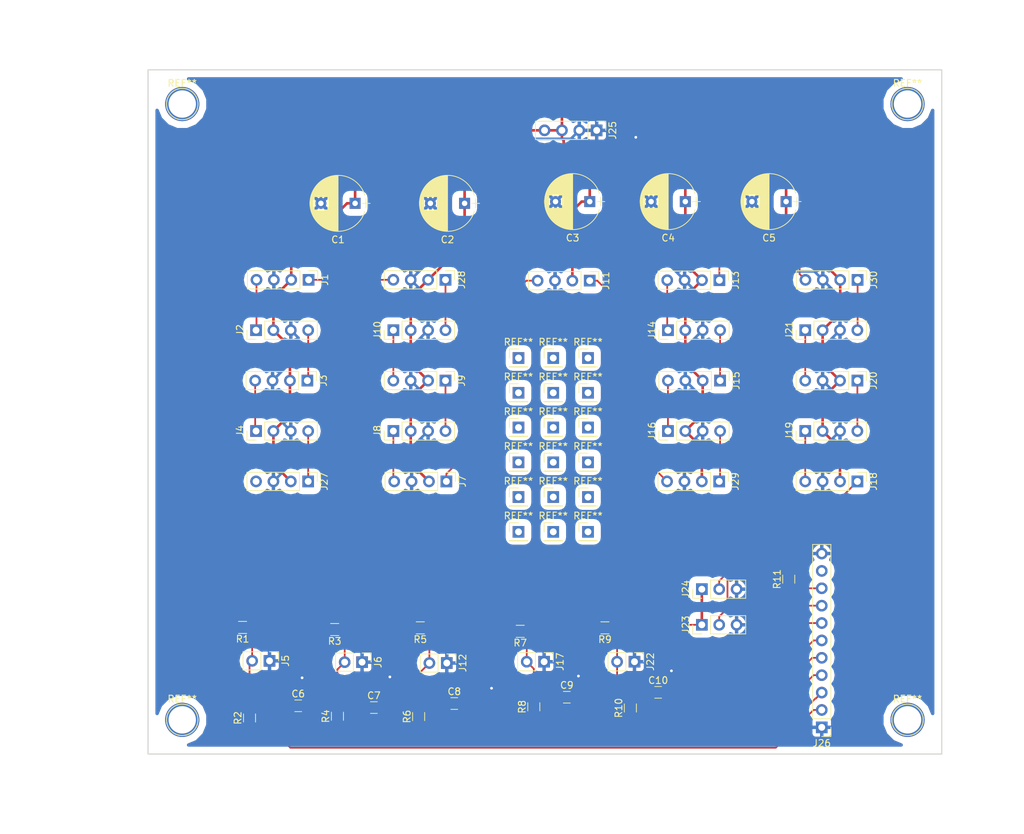
<source format=kicad_pcb>
(kicad_pcb (version 4) (host pcbnew 4.0.7)
  (layers (0 F.Cu signal) (31 B.Cu signal) (34 B.Paste user) (35 F.Paste user) (36 B.SilkS user) (37 F.SilkS user) (38 B.Mask user) (39 F.Mask user) (44 Edge.Cuts user))
  (net 0 "")
  (net 1 /btn_1)
  (net 2 /btn_2)
  (net 3 /btn_3)
  (net 4 /btn_4)
  (net 5 /btn_5)
  (net 6 /leds_2)
  (net 7 "Net-(J1-Pad4)")
  (net 8 "Net-(J2-Pad4)")
  (net 9 "Net-(J3-Pad4)")
  (net 10 "Net-(J5-Pad2)")
  (net 11 "Net-(J6-Pad2)")
  (net 12 /leds_3)
  (net 13 "Net-(J7-Pad4)")
  (net 14 "Net-(J8-Pad4)")
  (net 15 "Net-(J10-Pad1)")
  (net 16 /leds_4)
  (net 17 "Net-(J12-Pad2)")
  (net 18 /leds_5)
  (net 19 "Net-(J13-Pad4)")
  (net 20 "Net-(J14-Pad4)")
  (net 21 "Net-(J15-Pad4)")
  (net 22 "Net-(J17-Pad2)")
  (net 23 /data_leds)
  (net 24 "Net-(J18-Pad4)")
  (net 25 "Net-(J19-Pad4)")
  (net 26 "Net-(J20-Pad4)")
  (net 27 "Net-(J22-Pad2)")
  (net 28 /pot_1)
  (net 29 /pot_2)
  (net 30 GND)
  (net 31 +5V)
  (net 32 "Net-(J27-Pad1)")
  (net 33 "Net-(J10-Pad4)")
  (net 34 "Net-(J16-Pad4)")
  (net 35 "Net-(J21-Pad4)")
  (net 36 "Net-(J26-Pad10)")
  (net 37 "Net-(J27-Pad4)")
  (net 38 "Net-(J26-Pad9)")
  (module Pin_Headers:Pin_Header_Straight_1x01_Pitch2.54mm (layer F.Cu) (at 114.3 96.52)
    (fp_text reference REF** (at 0 -2.33) (layer F.SilkS))
    (fp_text value "")
    (pad 1 thru_hole rect (at 0 0) (size 1.7 1.7) (drill 1) (layers *.Cu *.Mask))
  )
  (module Pin_Headers:Pin_Header_Straight_1x01_Pitch2.54mm (layer F.Cu) (at 104.14 96.52)
    (fp_text reference REF** (at 0 -2.33) (layer F.SilkS))
    (fp_text value "")
    (pad 1 thru_hole rect (at 0 0) (size 1.7 1.7) (drill 1) (layers *.Cu *.Mask))
  )
  (module Pin_Headers:Pin_Header_Straight_1x01_Pitch2.54mm (layer F.Cu) (at 109.22 96.52)
    (fp_text reference REF** (at 0 -2.33) (layer F.SilkS))
    (fp_text value "")
    (pad 1 thru_hole rect (at 0 0) (size 1.7 1.7) (drill 1) (layers *.Cu *.Mask))
  )
  (module Pin_Headers:Pin_Header_Straight_1x01_Pitch2.54mm (layer F.Cu) (at 109.22 91.44)
    (fp_text reference REF** (at 0 -2.33) (layer F.SilkS))
    (fp_text value "")
    (pad 1 thru_hole rect (at 0 0) (size 1.7 1.7) (drill 1) (layers *.Cu *.Mask))
  )
  (module Pin_Headers:Pin_Header_Straight_1x01_Pitch2.54mm (layer F.Cu) (at 104.14 91.44)
    (fp_text reference REF** (at 0 -2.33) (layer F.SilkS))
    (fp_text value "")
    (pad 1 thru_hole rect (at 0 0) (size 1.7 1.7) (drill 1) (layers *.Cu *.Mask))
  )
  (module Pin_Headers:Pin_Header_Straight_1x01_Pitch2.54mm (layer F.Cu) (at 114.3 91.44)
    (fp_text reference REF** (at 0 -2.33) (layer F.SilkS))
    (fp_text value "")
    (pad 1 thru_hole rect (at 0 0) (size 1.7 1.7) (drill 1) (layers *.Cu *.Mask))
  )
  (module Pin_Headers:Pin_Header_Straight_1x01_Pitch2.54mm (layer F.Cu) (at 114.3 81.28)
    (fp_text reference REF** (at 0 -2.33) (layer F.SilkS))
    (fp_text value "")
    (pad 1 thru_hole rect (at 0 0) (size 1.7 1.7) (drill 1) (layers *.Cu *.Mask))
  )
  (module Pin_Headers:Pin_Header_Straight_1x01_Pitch2.54mm (layer F.Cu) (at 104.14 81.28)
    (fp_text reference REF** (at 0 -2.33) (layer F.SilkS))
    (fp_text value "")
    (pad 1 thru_hole rect (at 0 0) (size 1.7 1.7) (drill 1) (layers *.Cu *.Mask))
  )
  (module Pin_Headers:Pin_Header_Straight_1x01_Pitch2.54mm (layer F.Cu) (at 109.22 81.28)
    (fp_text reference REF** (at 0 -2.33) (layer F.SilkS))
    (fp_text value "")
    (pad 1 thru_hole rect (at 0 0) (size 1.7 1.7) (drill 1) (layers *.Cu *.Mask))
  )
  (module Pin_Headers:Pin_Header_Straight_1x01_Pitch2.54mm (layer F.Cu) (at 109.22 86.36)
    (fp_text reference REF** (at 0 -2.33) (layer F.SilkS))
    (fp_text value "")
    (pad 1 thru_hole rect (at 0 0) (size 1.7 1.7) (drill 1) (layers *.Cu *.Mask))
  )
  (module Pin_Headers:Pin_Header_Straight_1x01_Pitch2.54mm (layer F.Cu) (at 104.14 86.36)
    (fp_text reference REF** (at 0 -2.33) (layer F.SilkS))
    (fp_text value "")
    (pad 1 thru_hole rect (at 0 0) (size 1.7 1.7) (drill 1) (layers *.Cu *.Mask))
  )
  (module Pin_Headers:Pin_Header_Straight_1x01_Pitch2.54mm (layer F.Cu) (at 114.3 86.36)
    (fp_text reference REF** (at 0 -2.33) (layer F.SilkS))
    (fp_text value "")
    (pad 1 thru_hole rect (at 0 0) (size 1.7 1.7) (drill 1) (layers *.Cu *.Mask))
  )
  (module Pin_Headers:Pin_Header_Straight_1x01_Pitch2.54mm (layer F.Cu) (at 114.3 76.2)
    (fp_text reference REF** (at 0 -2.33) (layer F.SilkS))
    (fp_text value "")
    (pad 1 thru_hole rect (at 0 0) (size 1.7 1.7) (drill 1) (layers *.Cu *.Mask))
  )
  (module Pin_Headers:Pin_Header_Straight_1x01_Pitch2.54mm (layer F.Cu) (at 104.14 76.2)
    (fp_text reference REF** (at 0 -2.33) (layer F.SilkS))
    (fp_text value "")
    (pad 1 thru_hole rect (at 0 0) (size 1.7 1.7) (drill 1) (layers *.Cu *.Mask))
  )
  (module Pin_Headers:Pin_Header_Straight_1x01_Pitch2.54mm (layer F.Cu) (at 109.22 76.2)
    (fp_text reference REF** (at 0 -2.33) (layer F.SilkS))
    (fp_text value "")
    (pad 1 thru_hole rect (at 0 0) (size 1.7 1.7) (drill 1) (layers *.Cu *.Mask))
  )
  (module Pin_Headers:Pin_Header_Straight_1x04_Pitch2.54mm (layer F.Cu) (at 115.57 37.846 270)
    (fp_text reference J25 (at 0 -2.33 270) (layer F.SilkS))
    (fp_text value power)
    (pad 1 thru_hole rect (at 0 0 270) (size 1.7 1.7) (drill 1) (layers *.Cu *.Mask) (net 30 GND))
    (pad 2 thru_hole oval (at 0 2.54 270) (size 1.7 1.7) (drill 1) (layers *.Cu *.Mask) (net 30 GND))
    (pad 3 thru_hole oval (at 0 5.08 270) (size 1.7 1.7) (drill 1) (layers *.Cu *.Mask) (net 31 +5V))
    (pad 4 thru_hole oval (at 0 7.62 270) (size 1.7 1.7) (drill 1) (layers *.Cu *.Mask) (net 31 +5V))
  )
  (module Pin_Headers:Pin_Header_Straight_1x04_Pitch2.54mm (layer F.Cu) (at 133.477 89.154 270)
    (fp_text reference J29 (at 0 -2.33 270) (layer F.SilkS))
    (fp_text value leds_4)
    (pad 1 thru_hole rect (at 0 0 270) (size 1.7 1.7) (drill 1) (layers *.Cu *.Mask) (net 34 "Net-(J16-Pad4)"))
    (pad 2 thru_hole oval (at 0 2.54 270) (size 1.7 1.7) (drill 1) (layers *.Cu *.Mask) (net 31 +5V))
    (pad 3 thru_hole oval (at 0 5.08 270) (size 1.7 1.7) (drill 1) (layers *.Cu *.Mask) (net 30 GND))
    (pad 4 thru_hole oval (at 0 7.62 270) (size 1.7 1.7) (drill 1) (layers *.Cu *.Mask) (net 16 /leds_4))
  )
  (module Capacitors_SMD:C_0805_HandSoldering (layer F.Cu) (at 71.9455 121.951)
    (fp_text reference C6 (at 0 -1.75) (layer F.SilkS))
    (fp_text value 100nF)
    (pad 1 smd rect (at -1.25 0) (size 1.5 1.25) (layers F.Cu F.Paste F.Mask) (net 1 /btn_1))
    (pad 2 smd rect (at 1.25 0) (size 1.5 1.25) (layers F.Cu F.Paste F.Mask) (net 30 GND))
  )
  (module Capacitors_SMD:C_0805_HandSoldering (layer F.Cu) (at 83.01 122.205)
    (fp_text reference C7 (at 0 -1.75) (layer F.SilkS))
    (fp_text value 100nF)
    (pad 1 smd rect (at -1.25 0) (size 1.5 1.25) (layers F.Cu F.Paste F.Mask) (net 2 /btn_2))
    (pad 2 smd rect (at 1.25 0) (size 1.5 1.25) (layers F.Cu F.Paste F.Mask) (net 30 GND))
  )
  (module Capacitors_SMD:C_0805_HandSoldering (layer F.Cu) (at 94.757 121.6175)
    (fp_text reference C8 (at 0 -1.75) (layer F.SilkS))
    (fp_text value 100nF)
    (pad 1 smd rect (at -1.25 0) (size 1.5 1.25) (layers F.Cu F.Paste F.Mask) (net 3 /btn_3))
    (pad 2 smd rect (at 1.25 0) (size 1.5 1.25) (layers F.Cu F.Paste F.Mask) (net 30 GND))
  )
  (module Capacitors_SMD:C_0805_HandSoldering (layer F.Cu) (at 111.2035 120.697)
    (fp_text reference C9 (at 0 -1.75) (layer F.SilkS))
    (fp_text value 100nF)
    (pad 1 smd rect (at -1.25 0) (size 1.5 1.25) (layers F.Cu F.Paste F.Mask) (net 4 /btn_4))
    (pad 2 smd rect (at 1.25 0) (size 1.5 1.25) (layers F.Cu F.Paste F.Mask) (net 30 GND))
  )
  (module Capacitors_SMD:C_0805_HandSoldering (layer F.Cu) (at 124.5535 119.9825)
    (fp_text reference C10 (at 0 -1.75) (layer F.SilkS))
    (fp_text value 100nF)
    (pad 1 smd rect (at -1.25 0) (size 1.5 1.25) (layers F.Cu F.Paste F.Mask) (net 5 /btn_5))
    (pad 2 smd rect (at 1.25 0) (size 1.5 1.25) (layers F.Cu F.Paste F.Mask) (net 30 GND))
  )
  (module Pin_Headers:Pin_Header_Straight_1x04_Pitch2.54mm (layer F.Cu) (at 73.4695 59.69 270)
    (fp_text reference J1 (at 0 -2.33 270) (layer F.SilkS))
    (fp_text value leds_1)
    (pad 1 thru_hole rect (at 0 0 270) (size 1.7 1.7) (drill 1) (layers *.Cu *.Mask) (net 6 /leds_2))
    (pad 2 thru_hole oval (at 0 2.54 270) (size 1.7 1.7) (drill 1) (layers *.Cu *.Mask) (net 31 +5V))
    (pad 3 thru_hole oval (at 0 5.08 270) (size 1.7 1.7) (drill 1) (layers *.Cu *.Mask) (net 30 GND))
    (pad 4 thru_hole oval (at 0 7.62 270) (size 1.7 1.7) (drill 1) (layers *.Cu *.Mask) (net 7 "Net-(J1-Pad4)"))
  )
  (module Pin_Headers:Pin_Header_Straight_1x04_Pitch2.54mm (layer F.Cu) (at 65.786 67.056 90)
    (fp_text reference J2 (at 0 -2.33 90) (layer F.SilkS))
    (fp_text value leds_1)
    (pad 1 thru_hole rect (at 0 0 90) (size 1.7 1.7) (drill 1) (layers *.Cu *.Mask) (net 7 "Net-(J1-Pad4)"))
    (pad 2 thru_hole oval (at 0 2.54 90) (size 1.7 1.7) (drill 1) (layers *.Cu *.Mask) (net 31 +5V))
    (pad 3 thru_hole oval (at 0 5.08 90) (size 1.7 1.7) (drill 1) (layers *.Cu *.Mask) (net 30 GND))
    (pad 4 thru_hole oval (at 0 7.62 90) (size 1.7 1.7) (drill 1) (layers *.Cu *.Mask) (net 8 "Net-(J2-Pad4)"))
  )
  (module Pin_Headers:Pin_Header_Straight_1x04_Pitch2.54mm (layer F.Cu) (at 73.279 74.422 270)
    (fp_text reference J3 (at 0 -2.33 270) (layer F.SilkS))
    (fp_text value leds_1)
    (pad 1 thru_hole rect (at 0 0 270) (size 1.7 1.7) (drill 1) (layers *.Cu *.Mask) (net 8 "Net-(J2-Pad4)"))
    (pad 2 thru_hole oval (at 0 2.54 270) (size 1.7 1.7) (drill 1) (layers *.Cu *.Mask) (net 31 +5V))
    (pad 3 thru_hole oval (at 0 5.08 270) (size 1.7 1.7) (drill 1) (layers *.Cu *.Mask) (net 30 GND))
    (pad 4 thru_hole oval (at 0 7.62 270) (size 1.7 1.7) (drill 1) (layers *.Cu *.Mask) (net 9 "Net-(J3-Pad4)"))
  )
  (module Pin_Headers:Pin_Header_Straight_1x04_Pitch2.54mm (layer F.Cu) (at 65.786 81.788 90)
    (fp_text reference J4 (at 0 -2.33 90) (layer F.SilkS))
    (fp_text value leds_1)
    (pad 1 thru_hole rect (at 0 0 90) (size 1.7 1.7) (drill 1) (layers *.Cu *.Mask) (net 9 "Net-(J3-Pad4)"))
    (pad 2 thru_hole oval (at 0 2.54 90) (size 1.7 1.7) (drill 1) (layers *.Cu *.Mask) (net 31 +5V))
    (pad 3 thru_hole oval (at 0 5.08 90) (size 1.7 1.7) (drill 1) (layers *.Cu *.Mask) (net 30 GND))
    (pad 4 thru_hole oval (at 0 7.62 90) (size 1.7 1.7) (drill 1) (layers *.Cu *.Mask) (net 32 "Net-(J27-Pad1)"))
  )
  (module Pin_Headers:Pin_Header_Straight_1x02_Pitch2.54mm (layer F.Cu) (at 67.7545 115.3795 270)
    (fp_text reference J5 (at 0 -2.33 270) (layer F.SilkS))
    (fp_text value btn_1)
    (pad 1 thru_hole rect (at 0 0 270) (size 1.7 1.7) (drill 1) (layers *.Cu *.Mask) (net 30 GND))
    (pad 2 thru_hole oval (at 0 2.54 270) (size 1.7 1.7) (drill 1) (layers *.Cu *.Mask) (net 10 "Net-(J5-Pad2)"))
  )
  (module Pin_Headers:Pin_Header_Straight_1x02_Pitch2.54mm (layer F.Cu) (at 81.28 115.57 270)
    (fp_text reference J6 (at 0 -2.33 270) (layer F.SilkS))
    (fp_text value btn_2)
    (pad 1 thru_hole rect (at 0 0 270) (size 1.7 1.7) (drill 1) (layers *.Cu *.Mask) (net 30 GND))
    (pad 2 thru_hole oval (at 0 2.54 270) (size 1.7 1.7) (drill 1) (layers *.Cu *.Mask) (net 11 "Net-(J6-Pad2)"))
  )
  (module Pin_Headers:Pin_Header_Straight_1x04_Pitch2.54mm (layer F.Cu) (at 93.599 89.154 270)
    (fp_text reference J7 (at 0 -2.33 270) (layer F.SilkS))
    (fp_text value ldes_2)
    (pad 1 thru_hole rect (at 0 0 270) (size 1.7 1.7) (drill 1) (layers *.Cu *.Mask) (net 12 /leds_3))
    (pad 2 thru_hole oval (at 0 2.54 270) (size 1.7 1.7) (drill 1) (layers *.Cu *.Mask) (net 31 +5V))
    (pad 3 thru_hole oval (at 0 5.08 270) (size 1.7 1.7) (drill 1) (layers *.Cu *.Mask) (net 30 GND))
    (pad 4 thru_hole oval (at 0 7.62 270) (size 1.7 1.7) (drill 1) (layers *.Cu *.Mask) (net 13 "Net-(J7-Pad4)"))
  )
  (module Pin_Headers:Pin_Header_Straight_1x04_Pitch2.54mm (layer F.Cu) (at 85.852 81.788 90)
    (fp_text reference J8 (at 0 -2.33 90) (layer F.SilkS))
    (fp_text value leds_2)
    (pad 1 thru_hole rect (at 0 0 90) (size 1.7 1.7) (drill 1) (layers *.Cu *.Mask) (net 13 "Net-(J7-Pad4)"))
    (pad 2 thru_hole oval (at 0 2.54 90) (size 1.7 1.7) (drill 1) (layers *.Cu *.Mask) (net 31 +5V))
    (pad 3 thru_hole oval (at 0 5.08 90) (size 1.7 1.7) (drill 1) (layers *.Cu *.Mask) (net 30 GND))
    (pad 4 thru_hole oval (at 0 7.62 90) (size 1.7 1.7) (drill 1) (layers *.Cu *.Mask) (net 14 "Net-(J8-Pad4)"))
  )
  (module Pin_Headers:Pin_Header_Straight_1x04_Pitch2.54mm (layer F.Cu) (at 93.472 74.422 270)
    (fp_text reference J9 (at 0 -2.33 270) (layer F.SilkS))
    (fp_text value leds_2)
    (pad 1 thru_hole rect (at 0 0 270) (size 1.7 1.7) (drill 1) (layers *.Cu *.Mask) (net 14 "Net-(J8-Pad4)"))
    (pad 2 thru_hole oval (at 0 2.54 270) (size 1.7 1.7) (drill 1) (layers *.Cu *.Mask) (net 31 +5V))
    (pad 3 thru_hole oval (at 0 5.08 270) (size 1.7 1.7) (drill 1) (layers *.Cu *.Mask) (net 30 GND))
    (pad 4 thru_hole oval (at 0 7.62 270) (size 1.7 1.7) (drill 1) (layers *.Cu *.Mask) (net 15 "Net-(J10-Pad1)"))
  )
  (module Pin_Headers:Pin_Header_Straight_1x04_Pitch2.54mm (layer F.Cu) (at 85.852 67.056 90)
    (fp_text reference J10 (at 0 -2.33 90) (layer F.SilkS))
    (fp_text value leds_2)
    (pad 1 thru_hole rect (at 0 0 90) (size 1.7 1.7) (drill 1) (layers *.Cu *.Mask) (net 15 "Net-(J10-Pad1)"))
    (pad 2 thru_hole oval (at 0 2.54 90) (size 1.7 1.7) (drill 1) (layers *.Cu *.Mask) (net 31 +5V))
    (pad 3 thru_hole oval (at 0 5.08 90) (size 1.7 1.7) (drill 1) (layers *.Cu *.Mask) (net 30 GND))
    (pad 4 thru_hole oval (at 0 7.62 90) (size 1.7 1.7) (drill 1) (layers *.Cu *.Mask) (net 33 "Net-(J10-Pad4)"))
  )
  (module Pin_Headers:Pin_Header_Straight_1x04_Pitch2.54mm (layer F.Cu) (at 114.554 59.817 270)
    (fp_text reference J11 (at 0 -2.33 270) (layer F.SilkS))
    (fp_text value led_3)
    (pad 1 thru_hole rect (at 0 0 270) (size 1.7 1.7) (drill 1) (layers *.Cu *.Mask) (net 16 /leds_4))
    (pad 2 thru_hole oval (at 0 2.54 270) (size 1.7 1.7) (drill 1) (layers *.Cu *.Mask) (net 31 +5V))
    (pad 3 thru_hole oval (at 0 5.08 270) (size 1.7 1.7) (drill 1) (layers *.Cu *.Mask) (net 30 GND))
    (pad 4 thru_hole oval (at 0 7.62 270) (size 1.7 1.7) (drill 1) (layers *.Cu *.Mask) (net 12 /leds_3))
  )
  (module Pin_Headers:Pin_Header_Straight_1x02_Pitch2.54mm (layer F.Cu) (at 93.6625 115.697 270)
    (fp_text reference J12 (at 0 -2.33 270) (layer F.SilkS))
    (fp_text value btn_3)
    (pad 1 thru_hole rect (at 0 0 270) (size 1.7 1.7) (drill 1) (layers *.Cu *.Mask) (net 30 GND))
    (pad 2 thru_hole oval (at 0 2.54 270) (size 1.7 1.7) (drill 1) (layers *.Cu *.Mask) (net 17 "Net-(J12-Pad2)"))
  )
  (module Pin_Headers:Pin_Header_Straight_1x04_Pitch2.54mm (layer F.Cu) (at 133.5 59.75 270)
    (fp_text reference J13 (at 0 -2.33 270) (layer F.SilkS))
    (fp_text value leds_4)
    (pad 1 thru_hole rect (at 0 0 270) (size 1.7 1.7) (drill 1) (layers *.Cu *.Mask) (net 18 /leds_5))
    (pad 2 thru_hole oval (at 0 2.54 270) (size 1.7 1.7) (drill 1) (layers *.Cu *.Mask) (net 31 +5V))
    (pad 3 thru_hole oval (at 0 5.08 270) (size 1.7 1.7) (drill 1) (layers *.Cu *.Mask) (net 30 GND))
    (pad 4 thru_hole oval (at 0 7.62 270) (size 1.7 1.7) (drill 1) (layers *.Cu *.Mask) (net 19 "Net-(J13-Pad4)"))
  )
  (module Pin_Headers:Pin_Header_Straight_1x04_Pitch2.54mm (layer F.Cu) (at 125.984 67.056 90)
    (fp_text reference J14 (at 0 -2.33 90) (layer F.SilkS))
    (fp_text value leds_4)
    (pad 1 thru_hole rect (at 0 0 90) (size 1.7 1.7) (drill 1) (layers *.Cu *.Mask) (net 19 "Net-(J13-Pad4)"))
    (pad 2 thru_hole oval (at 0 2.54 90) (size 1.7 1.7) (drill 1) (layers *.Cu *.Mask) (net 31 +5V))
    (pad 3 thru_hole oval (at 0 5.08 90) (size 1.7 1.7) (drill 1) (layers *.Cu *.Mask) (net 30 GND))
    (pad 4 thru_hole oval (at 0 7.62 90) (size 1.7 1.7) (drill 1) (layers *.Cu *.Mask) (net 20 "Net-(J14-Pad4)"))
  )
  (module Pin_Headers:Pin_Header_Straight_1x04_Pitch2.54mm (layer F.Cu) (at 133.604 74.422 270)
    (fp_text reference J15 (at 0 -2.33 270) (layer F.SilkS))
    (fp_text value leds_4)
    (pad 1 thru_hole rect (at 0 0 270) (size 1.7 1.7) (drill 1) (layers *.Cu *.Mask) (net 20 "Net-(J14-Pad4)"))
    (pad 2 thru_hole oval (at 0 2.54 270) (size 1.7 1.7) (drill 1) (layers *.Cu *.Mask) (net 31 +5V))
    (pad 3 thru_hole oval (at 0 5.08 270) (size 1.7 1.7) (drill 1) (layers *.Cu *.Mask) (net 30 GND))
    (pad 4 thru_hole oval (at 0 7.62 270) (size 1.7 1.7) (drill 1) (layers *.Cu *.Mask) (net 21 "Net-(J15-Pad4)"))
  )
  (module Pin_Headers:Pin_Header_Straight_1x04_Pitch2.54mm (layer F.Cu) (at 125.984 81.788 90)
    (fp_text reference J16 (at 0 -2.33 90) (layer F.SilkS))
    (fp_text value leds_4)
    (pad 1 thru_hole rect (at 0 0 90) (size 1.7 1.7) (drill 1) (layers *.Cu *.Mask) (net 21 "Net-(J15-Pad4)"))
    (pad 2 thru_hole oval (at 0 2.54 90) (size 1.7 1.7) (drill 1) (layers *.Cu *.Mask) (net 31 +5V))
    (pad 3 thru_hole oval (at 0 5.08 90) (size 1.7 1.7) (drill 1) (layers *.Cu *.Mask) (net 30 GND))
    (pad 4 thru_hole oval (at 0 7.62 90) (size 1.7 1.7) (drill 1) (layers *.Cu *.Mask) (net 34 "Net-(J16-Pad4)"))
  )
  (module Pin_Headers:Pin_Header_Straight_1x02_Pitch2.54mm (layer F.Cu) (at 107.8865 115.5065 270)
    (fp_text reference J17 (at 0 -2.33 270) (layer F.SilkS))
    (fp_text value btn_4)
    (pad 1 thru_hole rect (at 0 0 270) (size 1.7 1.7) (drill 1) (layers *.Cu *.Mask) (net 30 GND))
    (pad 2 thru_hole oval (at 0 2.54 270) (size 1.7 1.7) (drill 1) (layers *.Cu *.Mask) (net 22 "Net-(J17-Pad2)"))
  )
  (module Pin_Headers:Pin_Header_Straight_1x04_Pitch2.54mm (layer F.Cu) (at 153.67 89.154 270)
    (fp_text reference J18 (at 0 -2.33 270) (layer F.SilkS))
    (fp_text value leds_5)
    (pad 1 thru_hole rect (at 0 0 270) (size 1.7 1.7) (drill 1) (layers *.Cu *.Mask) (net 23 /data_leds))
    (pad 2 thru_hole oval (at 0 2.54 270) (size 1.7 1.7) (drill 1) (layers *.Cu *.Mask) (net 31 +5V))
    (pad 3 thru_hole oval (at 0 5.08 270) (size 1.7 1.7) (drill 1) (layers *.Cu *.Mask) (net 30 GND))
    (pad 4 thru_hole oval (at 0 7.62 270) (size 1.7 1.7) (drill 1) (layers *.Cu *.Mask) (net 24 "Net-(J18-Pad4)"))
  )
  (module Pin_Headers:Pin_Header_Straight_1x04_Pitch2.54mm (layer F.Cu) (at 146.05 81.788 90)
    (fp_text reference J19 (at 0 -2.33 90) (layer F.SilkS))
    (fp_text value leds_5)
    (pad 1 thru_hole rect (at 0 0 90) (size 1.7 1.7) (drill 1) (layers *.Cu *.Mask) (net 24 "Net-(J18-Pad4)"))
    (pad 2 thru_hole oval (at 0 2.54 90) (size 1.7 1.7) (drill 1) (layers *.Cu *.Mask) (net 31 +5V))
    (pad 3 thru_hole oval (at 0 5.08 90) (size 1.7 1.7) (drill 1) (layers *.Cu *.Mask) (net 30 GND))
    (pad 4 thru_hole oval (at 0 7.62 90) (size 1.7 1.7) (drill 1) (layers *.Cu *.Mask) (net 25 "Net-(J19-Pad4)"))
  )
  (module Pin_Headers:Pin_Header_Straight_1x04_Pitch2.54mm (layer F.Cu) (at 153.67 74.422 270)
    (fp_text reference J20 (at 0 -2.33 270) (layer F.SilkS))
    (fp_text value leds_5)
    (pad 1 thru_hole rect (at 0 0 270) (size 1.7 1.7) (drill 1) (layers *.Cu *.Mask) (net 25 "Net-(J19-Pad4)"))
    (pad 2 thru_hole oval (at 0 2.54 270) (size 1.7 1.7) (drill 1) (layers *.Cu *.Mask) (net 31 +5V))
    (pad 3 thru_hole oval (at 0 5.08 270) (size 1.7 1.7) (drill 1) (layers *.Cu *.Mask) (net 30 GND))
    (pad 4 thru_hole oval (at 0 7.62 270) (size 1.7 1.7) (drill 1) (layers *.Cu *.Mask) (net 26 "Net-(J20-Pad4)"))
  )
  (module Pin_Headers:Pin_Header_Straight_1x04_Pitch2.54mm (layer F.Cu) (at 146.05 67.056 90)
    (fp_text reference J21 (at 0 -2.33 90) (layer F.SilkS))
    (fp_text value leds_5)
    (pad 1 thru_hole rect (at 0 0 90) (size 1.7 1.7) (drill 1) (layers *.Cu *.Mask) (net 26 "Net-(J20-Pad4)"))
    (pad 2 thru_hole oval (at 0 2.54 90) (size 1.7 1.7) (drill 1) (layers *.Cu *.Mask) (net 31 +5V))
    (pad 3 thru_hole oval (at 0 5.08 90) (size 1.7 1.7) (drill 1) (layers *.Cu *.Mask) (net 30 GND))
    (pad 4 thru_hole oval (at 0 7.62 90) (size 1.7 1.7) (drill 1) (layers *.Cu *.Mask) (net 35 "Net-(J21-Pad4)"))
  )
  (module Pin_Headers:Pin_Header_Straight_1x02_Pitch2.54mm (layer F.Cu) (at 121.0945 115.5065 270)
    (fp_text reference J22 (at 0 -2.33 270) (layer F.SilkS))
    (fp_text value btn_5)
    (pad 1 thru_hole rect (at 0 0 270) (size 1.7 1.7) (drill 1) (layers *.Cu *.Mask) (net 30 GND))
    (pad 2 thru_hole oval (at 0 2.54 270) (size 1.7 1.7) (drill 1) (layers *.Cu *.Mask) (net 27 "Net-(J22-Pad2)"))
  )
  (module Pin_Headers:Pin_Header_Straight_1x03_Pitch2.54mm (layer F.Cu) (at 130.937 110.109 90)
    (fp_text reference J23 (at 0 -2.33 90) (layer F.SilkS))
    (fp_text value Pot_1)
    (pad 1 thru_hole rect (at 0 0 90) (size 1.7 1.7) (drill 1) (layers *.Cu *.Mask) (net 31 +5V))
    (pad 2 thru_hole oval (at 0 2.54 90) (size 1.7 1.7) (drill 1) (layers *.Cu *.Mask) (net 28 /pot_1))
    (pad 3 thru_hole oval (at 0 5.08 90) (size 1.7 1.7) (drill 1) (layers *.Cu *.Mask) (net 30 GND))
  )
  (module Pin_Headers:Pin_Header_Straight_1x03_Pitch2.54mm (layer F.Cu) (at 130.937 104.902 90)
    (fp_text reference J24 (at 0 -2.33 90) (layer F.SilkS))
    (fp_text value Pot_2)
    (pad 1 thru_hole rect (at 0 0 90) (size 1.7 1.7) (drill 1) (layers *.Cu *.Mask) (net 31 +5V))
    (pad 2 thru_hole oval (at 0 2.54 90) (size 1.7 1.7) (drill 1) (layers *.Cu *.Mask) (net 29 /pot_2))
    (pad 3 thru_hole oval (at 0 5.08 90) (size 1.7 1.7) (drill 1) (layers *.Cu *.Mask) (net 30 GND))
  )
  (module Pin_Headers:Pin_Header_Straight_1x11_Pitch2.54mm (layer F.Cu) (at 148.463 125.095 180)
    (fp_text reference J26 (at 0 -2.33 180) (layer F.SilkS))
    (fp_text value main_controller)
    (pad 1 thru_hole rect (at 0 0 180) (size 1.7 1.7) (drill 1) (layers *.Cu *.Mask) (net 30 GND))
    (pad 2 thru_hole oval (at 0 2.54 180) (size 1.7 1.7) (drill 1) (layers *.Cu *.Mask) (net 1 /btn_1))
    (pad 3 thru_hole oval (at 0 5.08 180) (size 1.7 1.7) (drill 1) (layers *.Cu *.Mask) (net 2 /btn_2))
    (pad 4 thru_hole oval (at 0 7.62 180) (size 1.7 1.7) (drill 1) (layers *.Cu *.Mask) (net 3 /btn_3))
    (pad 5 thru_hole oval (at 0 10.16 180) (size 1.7 1.7) (drill 1) (layers *.Cu *.Mask) (net 4 /btn_4))
    (pad 6 thru_hole oval (at 0 12.7 180) (size 1.7 1.7) (drill 1) (layers *.Cu *.Mask) (net 5 /btn_5))
    (pad 7 thru_hole oval (at 0 15.24 180) (size 1.7 1.7) (drill 1) (layers *.Cu *.Mask) (net 28 /pot_1))
    (pad 8 thru_hole oval (at 0 17.78 180) (size 1.7 1.7) (drill 1) (layers *.Cu *.Mask) (net 29 /pot_2))
    (pad 9 thru_hole oval (at 0 20.32 180) (size 1.7 1.7) (drill 1) (layers *.Cu *.Mask) (net 38 "Net-(J26-Pad9)"))
    (pad 10 thru_hole oval (at 0 22.86 180) (size 1.7 1.7) (drill 1) (layers *.Cu *.Mask) (net 36 "Net-(J26-Pad10)"))
    (pad 11 thru_hole oval (at 0 25.4 180) (size 1.7 1.7) (drill 1) (layers *.Cu *.Mask) (net 30 GND))
  )
  (module Resistors_SMD:R_0805_HandSoldering (layer F.Cu) (at 63.8175 110.49 180)
    (fp_text reference R1 (at 0 -1.7 180) (layer F.SilkS))
    (fp_text value 10K)
    (pad 1 smd rect (at -1.35 0 180) (size 1.5 1.3) (layers F.Cu F.Paste F.Mask) (net 10 "Net-(J5-Pad2)"))
    (pad 2 smd rect (at 1.35 0 180) (size 1.5 1.3) (layers F.Cu F.Paste F.Mask) (net 31 +5V))
  )
  (module Resistors_SMD:R_0805_HandSoldering (layer F.Cu) (at 64.8335 123.729 90)
    (fp_text reference R2 (at 0 -1.7 90) (layer F.SilkS))
    (fp_text value 1K)
    (pad 1 smd rect (at -1.35 0 90) (size 1.5 1.3) (layers F.Cu F.Paste F.Mask) (net 1 /btn_1))
    (pad 2 smd rect (at 1.35 0 90) (size 1.5 1.3) (layers F.Cu F.Paste F.Mask) (net 10 "Net-(J5-Pad2)"))
  )
  (module Resistors_SMD:R_0805_HandSoldering (layer F.Cu) (at 77.2795 110.8075 180)
    (fp_text reference R3 (at 0 -1.7 180) (layer F.SilkS))
    (fp_text value 10K)
    (pad 1 smd rect (at -1.35 0 180) (size 1.5 1.3) (layers F.Cu F.Paste F.Mask) (net 11 "Net-(J6-Pad2)"))
    (pad 2 smd rect (at 1.35 0 180) (size 1.5 1.3) (layers F.Cu F.Paste F.Mask) (net 31 +5V))
  )
  (module Resistors_SMD:R_0805_HandSoldering (layer F.Cu) (at 77.676 123.475 90)
    (fp_text reference R4 (at 0 -1.7 90) (layer F.SilkS))
    (fp_text value 1K)
    (pad 1 smd rect (at -1.35 0 90) (size 1.5 1.3) (layers F.Cu F.Paste F.Mask) (net 2 /btn_2))
    (pad 2 smd rect (at 1.35 0 90) (size 1.5 1.3) (layers F.Cu F.Paste F.Mask) (net 11 "Net-(J6-Pad2)"))
  )
  (module Resistors_SMD:R_0805_HandSoldering (layer F.Cu) (at 89.789 110.5535 180)
    (fp_text reference R5 (at 0 -1.7 180) (layer F.SilkS))
    (fp_text value 10K)
    (pad 1 smd rect (at -1.35 0 180) (size 1.5 1.3) (layers F.Cu F.Paste F.Mask) (net 17 "Net-(J12-Pad2)"))
    (pad 2 smd rect (at 1.35 0 180) (size 1.5 1.3) (layers F.Cu F.Paste F.Mask) (net 31 +5V))
  )
  (module Resistors_SMD:R_0805_HandSoldering (layer F.Cu) (at 89.55 123.5225 90)
    (fp_text reference R6 (at 0 -1.7 90) (layer F.SilkS))
    (fp_text value 1K)
    (pad 1 smd rect (at -1.35 0 90) (size 1.5 1.3) (layers F.Cu F.Paste F.Mask) (net 3 /btn_3))
    (pad 2 smd rect (at 1.35 0 90) (size 1.5 1.3) (layers F.Cu F.Paste F.Mask) (net 17 "Net-(J12-Pad2)"))
  )
  (module Resistors_SMD:R_0805_HandSoldering (layer F.Cu) (at 104.394 111.0615 180)
    (fp_text reference R7 (at 0 -1.7 180) (layer F.SilkS))
    (fp_text value 10K)
    (pad 1 smd rect (at -1.35 0 180) (size 1.5 1.3) (layers F.Cu F.Paste F.Mask) (net 22 "Net-(J17-Pad2)"))
    (pad 2 smd rect (at 1.35 0 180) (size 1.5 1.3) (layers F.Cu F.Paste F.Mask) (net 31 +5V))
  )
  (module Resistors_SMD:R_0805_HandSoldering (layer F.Cu) (at 106.3775 122.094 90)
    (fp_text reference R8 (at 0 -1.7 90) (layer F.SilkS))
    (fp_text value 1K)
    (pad 1 smd rect (at -1.35 0 90) (size 1.5 1.3) (layers F.Cu F.Paste F.Mask) (net 4 /btn_4))
    (pad 2 smd rect (at 1.35 0 90) (size 1.5 1.3) (layers F.Cu F.Paste F.Mask) (net 22 "Net-(J17-Pad2)"))
  )
  (module Resistors_SMD:R_0805_HandSoldering (layer F.Cu) (at 116.7765 110.5535 180)
    (fp_text reference R9 (at 0 -1.7 180) (layer F.SilkS))
    (fp_text value 10K)
    (pad 1 smd rect (at -1.35 0 180) (size 1.5 1.3) (layers F.Cu F.Paste F.Mask) (net 27 "Net-(J22-Pad2)"))
    (pad 2 smd rect (at 1.35 0 180) (size 1.5 1.3) (layers F.Cu F.Paste F.Mask) (net 31 +5V))
  )
  (module Resistors_SMD:R_0805_HandSoldering (layer F.Cu) (at 120.4895 122.2685 90)
    (fp_text reference R10 (at 0 -1.7 90) (layer F.SilkS))
    (fp_text value 1K)
    (pad 1 smd rect (at -1.35 0 90) (size 1.5 1.3) (layers F.Cu F.Paste F.Mask) (net 5 /btn_5))
    (pad 2 smd rect (at 1.35 0 90) (size 1.5 1.3) (layers F.Cu F.Paste F.Mask) (net 27 "Net-(J22-Pad2)"))
  )
  (module Pin_Headers:Pin_Header_Straight_1x04_Pitch2.54mm (layer F.Cu) (at 73.406 89.154 270)
    (fp_text reference J27 (at 0 -2.33 270) (layer F.SilkS))
    (fp_text value leds_1)
    (pad 1 thru_hole rect (at 0 0 270) (size 1.7 1.7) (drill 1) (layers *.Cu *.Mask) (net 32 "Net-(J27-Pad1)"))
    (pad 2 thru_hole oval (at 0 2.54 270) (size 1.7 1.7) (drill 1) (layers *.Cu *.Mask) (net 31 +5V))
    (pad 3 thru_hole oval (at 0 5.08 270) (size 1.7 1.7) (drill 1) (layers *.Cu *.Mask) (net 30 GND))
    (pad 4 thru_hole oval (at 0 7.62 270) (size 1.7 1.7) (drill 1) (layers *.Cu *.Mask) (net 37 "Net-(J27-Pad4)"))
  )
  (module Pin_Headers:Pin_Header_Straight_1x04_Pitch2.54mm (layer F.Cu) (at 93.472 59.69 270)
    (fp_text reference J28 (at 0 -2.33 270) (layer F.SilkS))
    (fp_text value leds_2)
    (pad 1 thru_hole rect (at 0 0 270) (size 1.7 1.7) (drill 1) (layers *.Cu *.Mask) (net 33 "Net-(J10-Pad4)"))
    (pad 2 thru_hole oval (at 0 2.54 270) (size 1.7 1.7) (drill 1) (layers *.Cu *.Mask) (net 31 +5V))
    (pad 3 thru_hole oval (at 0 5.08 270) (size 1.7 1.7) (drill 1) (layers *.Cu *.Mask) (net 30 GND))
    (pad 4 thru_hole oval (at 0 7.62 270) (size 1.7 1.7) (drill 1) (layers *.Cu *.Mask) (net 6 /leds_2))
  )
  (module Pin_Headers:Pin_Header_Straight_1x04_Pitch2.54mm (layer F.Cu) (at 153.7 59.7 270)
    (fp_text reference J30 (at 0 -2.33 270) (layer F.SilkS))
    (fp_text value leds_5)
    (pad 1 thru_hole rect (at 0 0 270) (size 1.7 1.7) (drill 1) (layers *.Cu *.Mask) (net 35 "Net-(J21-Pad4)"))
    (pad 2 thru_hole oval (at 0 2.54 270) (size 1.7 1.7) (drill 1) (layers *.Cu *.Mask) (net 31 +5V))
    (pad 3 thru_hole oval (at 0 5.08 270) (size 1.7 1.7) (drill 1) (layers *.Cu *.Mask) (net 30 GND))
    (pad 4 thru_hole oval (at 0 7.62 270) (size 1.7 1.7) (drill 1) (layers *.Cu *.Mask) (net 18 /leds_5))
  )
  (module Capacitors_THT:CP_Radial_D8.0mm_P5.00mm (layer F.Cu) (at 80.264 48.514 180)
    (fp_text reference C1 (at 2.5 -5.31 180) (layer F.SilkS))
    (fp_text value CP)
    (pad 1 thru_hole rect (at 0 0 180) (size 1.6 1.6) (drill 0.8) (layers *.Cu *.Mask) (net 31 +5V))
    (pad 2 thru_hole circle (at 5 0 180) (size 1.6 1.6) (drill 0.8) (layers *.Cu *.Mask) (net 30 GND))
  )
  (module Capacitors_THT:CP_Radial_D8.0mm_P5.00mm (layer F.Cu) (at 96.266 48.514 180)
    (fp_text reference C2 (at 2.5 -5.31 180) (layer F.SilkS))
    (fp_text value CP)
    (pad 1 thru_hole rect (at 0 0 180) (size 1.6 1.6) (drill 0.8) (layers *.Cu *.Mask) (net 31 +5V))
    (pad 2 thru_hole circle (at 5 0 180) (size 1.6 1.6) (drill 0.8) (layers *.Cu *.Mask) (net 30 GND))
  )
  (module Capacitors_THT:CP_Radial_D8.0mm_P5.00mm (layer F.Cu) (at 114.554 48.26 180)
    (fp_text reference C3 (at 2.5 -5.31 180) (layer F.SilkS))
    (fp_text value CP)
    (pad 1 thru_hole rect (at 0 0 180) (size 1.6 1.6) (drill 0.8) (layers *.Cu *.Mask) (net 31 +5V))
    (pad 2 thru_hole circle (at 5 0 180) (size 1.6 1.6) (drill 0.8) (layers *.Cu *.Mask) (net 30 GND))
  )
  (module Capacitors_THT:CP_Radial_D8.0mm_P5.00mm (layer F.Cu) (at 128.524 48.26 180)
    (fp_text reference C4 (at 2.5 -5.31 180) (layer F.SilkS))
    (fp_text value CP)
    (pad 1 thru_hole rect (at 0 0 180) (size 1.6 1.6) (drill 0.8) (layers *.Cu *.Mask) (net 31 +5V))
    (pad 2 thru_hole circle (at 5 0 180) (size 1.6 1.6) (drill 0.8) (layers *.Cu *.Mask) (net 30 GND))
  )
  (module Capacitors_THT:CP_Radial_D8.0mm_P5.00mm (layer F.Cu) (at 143.256 48.26 180)
    (fp_text reference C5 (at 2.5 -5.31 180) (layer F.SilkS))
    (fp_text value CP)
    (pad 1 thru_hole rect (at 0 0 180) (size 1.6 1.6) (drill 0.8) (layers *.Cu *.Mask) (net 31 +5V))
    (pad 2 thru_hole circle (at 5 0 180) (size 1.6 1.6) (drill 0.8) (layers *.Cu *.Mask) (net 30 GND))
  )
  (module Resistors_SMD:R_0805_HandSoldering (layer F.Cu) (at 143.637 103.4415 90)
    (fp_text reference R11 (at 0 -1.7 90) (layer F.SilkS))
    (fp_text value 240ohm)
    (pad 1 smd rect (at -1.35 0 90) (size 1.5 1.3) (layers F.Cu F.Paste F.Mask) (net 38 "Net-(J26-Pad9)"))
    (pad 2 smd rect (at 1.35 0 90) (size 1.5 1.3) (layers F.Cu F.Paste F.Mask) (net 23 /data_leds))
  )
  (module footprints:1pin (layer F.Cu) (at 161 34)
    (fp_text reference REF** (at 0 -3.048) (layer F.SilkS))
    (fp_text value 1pin)
    (pad "" np_thru_hole circle (at 0 0) (size 5 5) (drill 4) (layers *.Cu *.Mask))
  )
  (module footprints:1pin (layer F.Cu) (at 55 34)
    (fp_text reference REF** (at 0 -3.048) (layer F.SilkS))
    (fp_text value 1pin)
    (pad "" np_thru_hole circle (at 0 0) (size 5 5) (drill 4) (layers *.Cu *.Mask))
  )
  (module footprints:1pin (layer F.Cu) (at 55 124)
    (fp_text reference REF** (at 0 -3.048) (layer F.SilkS))
    (fp_text value 1pin)
    (pad "" np_thru_hole circle (at 0 0) (size 5 5) (drill 4) (layers *.Cu *.Mask))
  )
  (module footprints:1pin (layer F.Cu) (at 161 124)
    (fp_text reference REF** (at 0 -3.048) (layer F.SilkS))
    (fp_text value 1pin)
    (pad "" np_thru_hole circle (at 0 0) (size 5 5) (drill 4) (layers *.Cu *.Mask))
  )
  (module Pin_Headers:Pin_Header_Straight_1x01_Pitch2.54mm (layer F.Cu) (at 109.22 71.12)
    (fp_text reference REF** (at 0 -2.33) (layer F.SilkS))
    (fp_text value "")
    (pad 1 thru_hole rect (at 0 0) (size 1.7 1.7) (drill 1) (layers *.Cu *.Mask))
  )
  (module Pin_Headers:Pin_Header_Straight_1x01_Pitch2.54mm (layer F.Cu) (at 104.14 71.12)
    (fp_text reference REF** (at 0 -2.33) (layer F.SilkS))
    (fp_text value "")
    (pad 1 thru_hole rect (at 0 0) (size 1.7 1.7) (drill 1) (layers *.Cu *.Mask))
  )
  (module Pin_Headers:Pin_Header_Straight_1x01_Pitch2.54mm (layer F.Cu) (at 114.3 71.12)
    (fp_text reference REF** (at 0 -2.33) (layer F.SilkS))
    (fp_text value "")
    (pad 1 thru_hole rect (at 0 0) (size 1.7 1.7) (drill 1) (layers *.Cu *.Mask))
  )
  (gr_line (start 50 129) (end 50 29) (angle 90) (layer Edge.Cuts) (width 0.15))
  (gr_line (start 166 129) (end 50 129) (angle 90) (layer Edge.Cuts) (width 0.15))
  (gr_line (start 166 29) (end 166 129) (angle 90) (layer Edge.Cuts) (width 0.15))
  (gr_line (start 50 29) (end 166 29) (angle 90) (layer Edge.Cuts) (width 0.15))
  (segment (start 70.8025 128.0795) (end 68.4465 125.7235) (width 0.25) (layer F.Cu) (net 1))
  (segment (start 68.4465 125.7235) (end 68.4465 125.079) (width 0.25) (layer F.Cu) (net 1))
  (segment (start 141.736419 128.0795) (end 70.8025 128.0795) (width 0.25) (layer F.Cu) (net 1))
  (segment (start 148.463 122.555) (end 147.260919 122.555) (width 0.25) (layer F.Cu) (net 1))
  (segment (start 147.260919 122.555) (end 141.736419 128.0795) (width 0.25) (layer F.Cu) (net 1))
  (segment (start 64.8335 125.079) (end 68.4465 125.079) (width 0.254) (layer F.Cu) (net 1))
  (segment (start 68.4465 125.079) (end 70.6955 122.83) (width 0.254) (layer F.Cu) (net 1))
  (segment (start 70.6955 122.83) (end 70.6955 121.951) (width 0.254) (layer F.Cu) (net 1))
  (segment (start 140.97 127.4445) (end 82.6385 127.4445) (width 0.25) (layer F.Cu) (net 2))
  (segment (start 82.6385 127.4445) (end 80.019 124.825) (width 0.25) (layer F.Cu) (net 2))
  (segment (start 147.549501 120.864999) (end 140.97 127.4445) (width 0.25) (layer F.Cu) (net 2))
  (segment (start 148.463 120.015) (end 147.613001 120.864999) (width 0.25) (layer F.Cu) (net 2))
  (segment (start 147.613001 120.864999) (end 147.549501 120.864999) (width 0.25) (layer F.Cu) (net 2))
  (segment (start 77.676 124.825) (end 80.019 124.825) (width 0.254) (layer F.Cu) (net 2))
  (segment (start 80.019 124.825) (end 81.76 123.084) (width 0.254) (layer F.Cu) (net 2))
  (segment (start 81.76 123.084) (end 81.76 122.205) (width 0.254) (layer F.Cu) (net 2))
  (segment (start 94.365419 126.559919) (end 92.678 124.8725) (width 0.25) (layer F.Cu) (net 3))
  (segment (start 92.678 124.8725) (end 90.45 124.8725) (width 0.25) (layer F.Cu) (net 3))
  (segment (start 90.45 124.8725) (end 89.55 124.8725) (width 0.25) (layer F.Cu) (net 3))
  (segment (start 138.176 126.559919) (end 94.365419 126.559919) (width 0.25) (layer F.Cu) (net 3))
  (segment (start 148.463 117.475) (end 147.260919 117.475) (width 0.25) (layer F.Cu) (net 3))
  (segment (start 147.260919 117.475) (end 138.176 126.559919) (width 0.25) (layer F.Cu) (net 3))
  (segment (start 89.55 124.7725) (end 92.705 121.6175) (width 0.254) (layer F.Cu) (net 3))
  (segment (start 89.55 124.8725) (end 89.55 124.7725) (width 0.254) (layer F.Cu) (net 3))
  (segment (start 92.705 121.6175) (end 93.507 121.6175) (width 0.254) (layer F.Cu) (net 3))
  (segment (start 136.3345 125.6665) (end 109.5 125.6665) (width 0.25) (layer F.Cu) (net 4))
  (segment (start 109.5 125.6665) (end 107.2775 123.444) (width 0.25) (layer F.Cu) (net 4))
  (segment (start 107.2775 123.444) (end 106.3775 123.444) (width 0.25) (layer F.Cu) (net 4))
  (segment (start 147.066 114.935) (end 136.3345 125.6665) (width 0.25) (layer F.Cu) (net 4))
  (segment (start 148.463 114.935) (end 147.066 114.935) (width 0.25) (layer F.Cu) (net 4))
  (segment (start 106.3775 123.444) (end 106.3775 123.344) (width 0.254) (layer F.Cu) (net 4))
  (segment (start 106.3775 123.344) (end 109.0245 120.697) (width 0.254) (layer F.Cu) (net 4))
  (segment (start 109.0245 120.697) (end 109.9535 120.697) (width 0.254) (layer F.Cu) (net 4))
  (segment (start 120.4895 123.5185) (end 121.1355 122.8725) (width 0.254) (layer F.Cu) (net 5))
  (segment (start 121.1355 122.8725) (end 123.3035 120.7045) (width 0.254) (layer F.Cu) (net 5))
  (segment (start 135.6995 123.952) (end 122.215 123.952) (width 0.25) (layer F.Cu) (net 5))
  (segment (start 122.215 123.952) (end 121.1355 122.8725) (width 0.25) (layer F.Cu) (net 5))
  (segment (start 147.2565 112.395) (end 135.6995 123.952) (width 0.25) (layer F.Cu) (net 5))
  (segment (start 148.463 112.395) (end 147.2565 112.395) (width 0.25) (layer F.Cu) (net 5))
  (segment (start 120.4895 123.6185) (end 120.4895 123.5185) (width 0.254) (layer F.Cu) (net 5))
  (segment (start 123.3035 120.7045) (end 123.3035 119.9825) (width 0.254) (layer F.Cu) (net 5))
  (segment (start 85.852 59.69) (end 84.649919 59.69) (width 0.254) (layer F.Cu) (net 6))
  (segment (start 84.649919 59.69) (end 73.4695 59.69) (width 0.254) (layer F.Cu) (net 6))
  (segment (start 65.8495 59.69) (end 65.8495 66.9925) (width 0.254) (layer F.Cu) (net 7))
  (segment (start 65.8495 66.9925) (end 65.786 67.056) (width 0.254) (layer F.Cu) (net 7))
  (segment (start 73.406 67.056) (end 73.406 74.295) (width 0.254) (layer F.Cu) (net 8))
  (segment (start 73.406 74.295) (end 73.279 74.422) (width 0.254) (layer F.Cu) (net 8))
  (segment (start 65.659 74.422) (end 65.659 81.661) (width 0.254) (layer F.Cu) (net 9))
  (segment (start 65.659 81.661) (end 65.786 81.788) (width 0.254) (layer F.Cu) (net 9))
  (segment (start 64.8335 122.379) (end 64.8335 115.7605) (width 0.254) (layer F.Cu) (net 10))
  (segment (start 64.8335 115.7605) (end 65.2145 115.3795) (width 0.254) (layer F.Cu) (net 10))
  (segment (start 65.2145 115.3795) (end 65.2145 110.537) (width 0.254) (layer F.Cu) (net 10))
  (segment (start 65.2145 110.537) (end 65.1675 110.49) (width 0.254) (layer F.Cu) (net 10))
  (segment (start 77.676 122.125) (end 77.676 116.634) (width 0.254) (layer F.Cu) (net 11))
  (segment (start 77.676 116.634) (end 78.74 115.57) (width 0.254) (layer F.Cu) (net 11))
  (segment (start 78.74 115.57) (end 78.74 110.918) (width 0.254) (layer F.Cu) (net 11))
  (segment (start 78.74 110.918) (end 78.6295 110.8075) (width 0.254) (layer F.Cu) (net 11))
  (segment (start 98.552 66.548) (end 98.552 83.097) (width 0.254) (layer F.Cu) (net 12))
  (segment (start 98.552 83.097) (end 93.599 88.05) (width 0.254) (layer F.Cu) (net 12))
  (segment (start 93.599 88.05) (end 93.599 89.154) (width 0.254) (layer F.Cu) (net 12))
  (segment (start 105.283 59.817) (end 98.552 66.548) (width 0.254) (layer F.Cu) (net 12))
  (segment (start 106.934 59.817) (end 105.283 59.817) (width 0.254) (layer F.Cu) (net 12))
  (segment (start 85.852 81.788) (end 85.852 89.027) (width 0.254) (layer F.Cu) (net 13))
  (segment (start 85.852 89.027) (end 85.979 89.154) (width 0.254) (layer F.Cu) (net 13))
  (segment (start 93.472 74.422) (end 93.472 81.788) (width 0.254) (layer F.Cu) (net 14))
  (segment (start 85.852 67.056) (end 85.852 68.16) (width 0.254) (layer F.Cu) (net 15))
  (segment (start 85.852 68.16) (end 85.852 74.422) (width 0.254) (layer F.Cu) (net 15))
  (segment (start 120.904 84.455) (end 121.158 84.455) (width 0.254) (layer F.Cu) (net 16))
  (segment (start 121.158 84.455) (end 125.857 89.154) (width 0.254) (layer F.Cu) (net 16))
  (segment (start 120.904 65.063) (end 120.904 84.455) (width 0.254) (layer F.Cu) (net 16))
  (segment (start 114.554 59.817) (end 115.658 59.817) (width 0.254) (layer F.Cu) (net 16))
  (segment (start 115.658 59.817) (end 120.904 65.063) (width 0.254) (layer F.Cu) (net 16))
  (segment (start 91.1225 115.697) (end 91.1225 110.57) (width 0.254) (layer F.Cu) (net 17))
  (segment (start 91.1225 110.57) (end 91.139 110.5535) (width 0.254) (layer F.Cu) (net 17))
  (segment (start 89.55 122.1725) (end 89.55 117.2695) (width 0.254) (layer F.Cu) (net 17))
  (segment (start 89.55 117.2695) (end 91.1225 115.697) (width 0.254) (layer F.Cu) (net 17))
  (segment (start 135.255 45.085) (end 133.5 46.84) (width 0.254) (layer F.Cu) (net 18))
  (segment (start 133.5 46.84) (end 133.5 59.75) (width 0.254) (layer F.Cu) (net 18))
  (segment (start 138.938 45.085) (end 135.255 45.085) (width 0.254) (layer F.Cu) (net 18))
  (segment (start 140.462 46.609) (end 138.938 45.085) (width 0.254) (layer F.Cu) (net 18))
  (segment (start 140.462 50.8) (end 140.462 46.609) (width 0.254) (layer F.Cu) (net 18))
  (segment (start 145.230001 55.568001) (end 140.462 50.8) (width 0.254) (layer F.Cu) (net 18))
  (segment (start 146.08 59.7) (end 145.230001 58.850001) (width 0.254) (layer F.Cu) (net 18))
  (segment (start 145.230001 58.850001) (end 145.230001 55.568001) (width 0.254) (layer F.Cu) (net 18))
  (segment (start 133.55 59.7) (end 133.5 59.75) (width 0.254) (layer F.Cu) (net 18))
  (segment (start 125.88 59.75) (end 125.88 66.952) (width 0.254) (layer F.Cu) (net 19))
  (segment (start 125.88 66.952) (end 125.984 67.056) (width 0.254) (layer F.Cu) (net 19))
  (segment (start 125.984 67.06587) (end 125.984 67.056) (width 0.254) (layer F.Cu) (net 19))
  (segment (start 133.604 67.056) (end 133.604 74.422) (width 0.254) (layer F.Cu) (net 20))
  (segment (start 125.984 74.422) (end 125.984 81.788) (width 0.254) (layer F.Cu) (net 21))
  (segment (start 105.3465 115.5065) (end 105.3465 111.459) (width 0.254) (layer F.Cu) (net 22))
  (segment (start 105.3465 111.459) (end 105.744 111.0615) (width 0.254) (layer F.Cu) (net 22))
  (segment (start 106.3775 120.744) (end 106.3775 116.5375) (width 0.254) (layer F.Cu) (net 22))
  (segment (start 106.3775 116.5375) (end 105.3465 115.5065) (width 0.254) (layer F.Cu) (net 22))
  (segment (start 143.637 102.0915) (end 143.637 99.187) (width 0.254) (layer F.Cu) (net 23))
  (segment (start 143.637 99.187) (end 153.67 89.154) (width 0.254) (layer F.Cu) (net 23))
  (segment (start 146.05 81.788) (end 146.05 82.892) (width 0.254) (layer F.Cu) (net 24))
  (segment (start 146.05 82.892) (end 146.05 89.154) (width 0.254) (layer F.Cu) (net 24))
  (segment (start 153.67 74.422) (end 153.67 81.788) (width 0.254) (layer F.Cu) (net 25))
  (segment (start 146.05 67.056) (end 146.05 74.422) (width 0.254) (layer F.Cu) (net 26))
  (segment (start 118.5545 115.5065) (end 118.5545 110.9815) (width 0.254) (layer F.Cu) (net 27))
  (segment (start 118.5545 110.9815) (end 118.1265 110.5535) (width 0.254) (layer F.Cu) (net 27))
  (segment (start 120.4895 120.9185) (end 120.4895 120.8185) (width 0.254) (layer F.Cu) (net 27))
  (segment (start 120.4895 120.8185) (end 118.5545 118.8835) (width 0.254) (layer F.Cu) (net 27))
  (segment (start 118.5545 118.8835) (end 118.5545 116.708581) (width 0.254) (layer F.Cu) (net 27))
  (segment (start 118.5545 116.708581) (end 118.5545 115.5065) (width 0.254) (layer F.Cu) (net 27))
  (segment (start 120.4895 120.2165) (end 120.4895 120.9185) (width 0.254) (layer F.Cu) (net 27))
  (segment (start 140.589 106.7435) (end 143.7005 109.855) (width 0.254) (layer F.Cu) (net 28))
  (segment (start 143.7005 109.855) (end 148.463 109.855) (width 0.254) (layer F.Cu) (net 28))
  (segment (start 140.589 103.251) (end 140.589 106.7435) (width 0.254) (layer F.Cu) (net 28))
  (segment (start 139.8905 102.5525) (end 140.589 103.251) (width 0.254) (layer F.Cu) (net 28))
  (segment (start 135.382 102.5525) (end 139.8905 102.5525) (width 0.254) (layer F.Cu) (net 28))
  (segment (start 134.6835 103.251) (end 135.382 102.5525) (width 0.254) (layer F.Cu) (net 28))
  (segment (start 134.6835 107.700419) (end 134.6835 103.251) (width 0.254) (layer F.Cu) (net 28))
  (segment (start 133.477 110.109) (end 133.477 108.906919) (width 0.254) (layer F.Cu) (net 28))
  (segment (start 133.477 108.906919) (end 134.6835 107.700419) (width 0.254) (layer F.Cu) (net 28))
  (segment (start 141.802568 107.315) (end 147.260919 107.315) (width 0.254) (layer F.Cu) (net 29))
  (segment (start 141.097 106.609432) (end 141.802568 107.315) (width 0.254) (layer F.Cu) (net 29))
  (segment (start 141.097 102.616) (end 141.097 106.609432) (width 0.254) (layer F.Cu) (net 29))
  (segment (start 135.195919 101.981) (end 140.462 101.981) (width 0.254) (layer F.Cu) (net 29))
  (segment (start 133.477 103.699919) (end 135.195919 101.981) (width 0.254) (layer F.Cu) (net 29))
  (segment (start 133.477 104.902) (end 133.477 103.699919) (width 0.254) (layer F.Cu) (net 29))
  (segment (start 147.260919 107.315) (end 148.463 107.315) (width 0.254) (layer F.Cu) (net 29))
  (segment (start 140.462 101.981) (end 141.097 102.616) (width 0.254) (layer F.Cu) (net 29))
  (segment (start 84.328 117.729) (end 84.201 117.602) (width 0.254) (layer B.Cu) (net 30))
  (segment (start 85.344 117.729) (end 84.328 117.729) (width 0.254) (layer B.Cu) (net 30))
  (segment (start 84.26 122.205) (end 84.385 122.205) (width 0.254) (layer F.Cu) (net 30))
  (segment (start 84.385 122.205) (end 85.344 121.246) (width 0.254) (layer F.Cu) (net 30))
  (segment (start 85.344 121.246) (end 85.344 117.729) (width 0.254) (layer F.Cu) (net 30))
  (via (at 85.344 117.729) (size 0.6) (drill 0.4) (layers F.Cu B.Cu) (net 30))
  (segment (start 71.374 117.475) (end 71.455001 117.556001) (width 0.254) (layer B.Cu) (net 30))
  (segment (start 72.517 117.856) (end 72.217001 117.556001) (width 0.254) (layer B.Cu) (net 30))
  (segment (start 72.217001 117.556001) (end 71.455001 117.556001) (width 0.254) (layer B.Cu) (net 30))
  (segment (start 73.1955 121.951) (end 73.1955 118.5345) (width 0.254) (layer F.Cu) (net 30))
  (segment (start 73.1955 118.5345) (end 72.517 117.856) (width 0.254) (layer F.Cu) (net 30))
  (via (at 72.517 117.856) (size 0.6) (drill 0.4) (layers F.Cu B.Cu) (net 30))
  (segment (start 128.016 116.967) (end 127.889 116.84) (width 0.254) (layer B.Cu) (net 30))
  (segment (start 126.492 116.84) (end 127.889 116.84) (width 0.254) (layer B.Cu) (net 30))
  (segment (start 125.8035 119.9825) (end 125.8035 117.5285) (width 0.254) (layer F.Cu) (net 30))
  (segment (start 125.8035 117.5285) (end 126.492 116.84) (width 0.254) (layer F.Cu) (net 30))
  (via (at 126.492 116.84) (size 0.6) (drill 0.4) (layers F.Cu B.Cu) (net 30))
  (segment (start 112.903 117.602) (end 113.538 117.602) (width 0.254) (layer B.Cu) (net 30))
  (segment (start 113.665 117.602) (end 113.538 117.602) (width 0.254) (layer B.Cu) (net 30))
  (segment (start 112.4535 120.697) (end 112.4535 118.0515) (width 0.254) (layer F.Cu) (net 30))
  (segment (start 112.4535 118.0515) (end 112.903 117.602) (width 0.254) (layer F.Cu) (net 30))
  (via (at 112.903 117.602) (size 0.6) (drill 0.4) (layers F.Cu B.Cu) (net 30))
  (segment (start 93.6625 115.697) (end 96.52 115.697) (width 0.254) (layer B.Cu) (net 30))
  (segment (start 96.52 115.697) (end 100.203 119.38) (width 0.254) (layer B.Cu) (net 30))
  (segment (start 100.203 119.38) (end 101.346 119.38) (width 0.254) (layer B.Cu) (net 30))
  (segment (start 101.219 119.38) (end 101.346 119.38) (width 0.254) (layer B.Cu) (net 30))
  (segment (start 96.007 121.6175) (end 96.132 121.6175) (width 0.254) (layer F.Cu) (net 30))
  (segment (start 96.132 121.6175) (end 98.3695 119.38) (width 0.254) (layer F.Cu) (net 30))
  (segment (start 98.3695 119.38) (end 100.203 119.38) (width 0.254) (layer F.Cu) (net 30))
  (via (at 100.203 119.38) (size 0.6) (drill 0.4) (layers F.Cu B.Cu) (net 30))
  (segment (start 109.554 48.26) (end 109.554 59.737) (width 0.381) (layer B.Cu) (net 30))
  (segment (start 109.554 59.737) (end 109.474 59.817) (width 0.381) (layer B.Cu) (net 30))
  (segment (start 141.859 58.42) (end 138.256 54.817) (width 0.381) (layer B.Cu) (net 30))
  (segment (start 138.256 54.817) (end 138.256 48.26) (width 0.381) (layer B.Cu) (net 30))
  (segment (start 143.764 58.42) (end 141.859 58.42) (width 0.381) (layer B.Cu) (net 30))
  (segment (start 143.803499 58.459499) (end 143.764 58.42) (width 0.381) (layer B.Cu) (net 30))
  (segment (start 148.62 59.7) (end 147.379499 58.459499) (width 0.381) (layer B.Cu) (net 30))
  (segment (start 147.379499 58.459499) (end 143.803499 58.459499) (width 0.381) (layer B.Cu) (net 30))
  (segment (start 151.13 67.056) (end 151.13 62.21) (width 0.381) (layer B.Cu) (net 30))
  (segment (start 151.13 62.21) (end 148.62 59.7) (width 0.381) (layer B.Cu) (net 30))
  (segment (start 148.59 74.422) (end 148.59 69.596) (width 0.381) (layer B.Cu) (net 30))
  (segment (start 148.59 69.596) (end 151.13 67.056) (width 0.381) (layer B.Cu) (net 30))
  (segment (start 151.13 81.788) (end 151.13 76.962) (width 0.381) (layer B.Cu) (net 30))
  (segment (start 151.13 76.962) (end 148.59 74.422) (width 0.381) (layer B.Cu) (net 30))
  (segment (start 148.59 89.154) (end 148.59 84.328) (width 0.381) (layer B.Cu) (net 30))
  (segment (start 148.59 84.328) (end 151.13 81.788) (width 0.381) (layer B.Cu) (net 30))
  (segment (start 128.42 59.75) (end 123.524 54.854) (width 0.381) (layer B.Cu) (net 30))
  (segment (start 123.524 54.854) (end 123.524 48.26) (width 0.381) (layer B.Cu) (net 30))
  (segment (start 131.064 67.056) (end 131.064 62.394) (width 0.381) (layer B.Cu) (net 30))
  (segment (start 131.064 62.394) (end 128.42 59.75) (width 0.381) (layer B.Cu) (net 30))
  (segment (start 128.524 74.422) (end 128.524 69.596) (width 0.381) (layer B.Cu) (net 30))
  (segment (start 128.524 69.596) (end 131.064 67.056) (width 0.381) (layer B.Cu) (net 30))
  (segment (start 131.064 81.788) (end 131.064 76.962) (width 0.381) (layer B.Cu) (net 30))
  (segment (start 131.064 76.962) (end 128.524 74.422) (width 0.381) (layer B.Cu) (net 30))
  (segment (start 128.397 89.154) (end 128.397 84.455) (width 0.381) (layer B.Cu) (net 30))
  (segment (start 128.397 84.455) (end 131.064 81.788) (width 0.381) (layer B.Cu) (net 30))
  (segment (start 88.392 59.69) (end 91.266 56.816) (width 0.381) (layer B.Cu) (net 30))
  (segment (start 91.266 56.816) (end 91.266 48.514) (width 0.381) (layer B.Cu) (net 30))
  (segment (start 90.932 67.056) (end 90.932 62.23) (width 0.381) (layer B.Cu) (net 30))
  (segment (start 90.932 62.23) (end 88.392 59.69) (width 0.381) (layer B.Cu) (net 30))
  (segment (start 88.392 74.422) (end 88.392 69.596) (width 0.381) (layer B.Cu) (net 30))
  (segment (start 88.392 69.596) (end 90.932 67.056) (width 0.381) (layer B.Cu) (net 30))
  (segment (start 90.932 81.788) (end 90.932 76.962) (width 0.381) (layer B.Cu) (net 30))
  (segment (start 90.932 76.962) (end 88.392 74.422) (width 0.381) (layer B.Cu) (net 30))
  (segment (start 88.519 89.154) (end 88.519 84.201) (width 0.381) (layer B.Cu) (net 30))
  (segment (start 88.519 84.201) (end 90.932 81.788) (width 0.381) (layer B.Cu) (net 30))
  (segment (start 70.866 81.788) (end 70.866 86.614) (width 0.381) (layer B.Cu) (net 30))
  (segment (start 70.866 86.614) (end 68.326 89.154) (width 0.381) (layer B.Cu) (net 30))
  (segment (start 68.199 74.422) (end 68.199 79.121) (width 0.381) (layer B.Cu) (net 30))
  (segment (start 68.199 79.121) (end 70.866 81.788) (width 0.381) (layer B.Cu) (net 30))
  (segment (start 70.866 67.056) (end 71.979501 68.169501) (width 0.381) (layer B.Cu) (net 30))
  (segment (start 71.979501 68.169501) (end 71.979501 70.641499) (width 0.381) (layer B.Cu) (net 30))
  (segment (start 71.979501 70.641499) (end 69.048999 73.572001) (width 0.381) (layer B.Cu) (net 30))
  (segment (start 69.048999 73.572001) (end 68.199 74.422) (width 0.381) (layer B.Cu) (net 30))
  (segment (start 68.3895 61.0235) (end 70.866 63.5) (width 0.381) (layer B.Cu) (net 30))
  (segment (start 70.866 63.5) (end 70.866 67.056) (width 0.381) (layer B.Cu) (net 30))
  (segment (start 68.3895 59.69) (end 68.3895 61.0235) (width 0.381) (layer B.Cu) (net 30))
  (segment (start 73.114001 49.313999) (end 68.3895 54.0385) (width 0.381) (layer B.Cu) (net 30))
  (segment (start 68.3895 54.0385) (end 68.3895 59.69) (width 0.381) (layer B.Cu) (net 30))
  (segment (start 75.264 48.514) (end 74.464001 49.313999) (width 0.381) (layer B.Cu) (net 30))
  (segment (start 74.464001 49.313999) (end 73.114001 49.313999) (width 0.381) (layer B.Cu) (net 30))
  (segment (start 81.153 41.49363) (end 90.92963 41.49363) (width 0.381) (layer B.Cu) (net 30))
  (segment (start 90.92963 41.49363) (end 91.266 41.83) (width 0.381) (layer B.Cu) (net 30))
  (segment (start 75.264 48.514) (end 75.264 47.38263) (width 0.381) (layer B.Cu) (net 30))
  (segment (start 75.264 47.38263) (end 81.153 41.49363) (width 0.381) (layer B.Cu) (net 30))
  (segment (start 94.009499 39.086501) (end 91.266 41.83) (width 0.381) (layer B.Cu) (net 30))
  (segment (start 91.266 41.83) (end 91.266 48.514) (width 0.381) (layer B.Cu) (net 30))
  (segment (start 113.03 37.846) (end 111.789499 39.086501) (width 0.381) (layer B.Cu) (net 30))
  (segment (start 111.789499 39.086501) (end 94.009499 39.086501) (width 0.381) (layer B.Cu) (net 30))
  (segment (start 113.03 37.846) (end 113.03 44.784) (width 0.381) (layer B.Cu) (net 30))
  (segment (start 113.03 44.784) (end 109.554 48.26) (width 0.381) (layer B.Cu) (net 30))
  (segment (start 123.524 41.101) (end 131.097 41.101) (width 0.381) (layer B.Cu) (net 30))
  (segment (start 131.097 41.101) (end 138.256 48.26) (width 0.381) (layer B.Cu) (net 30))
  (segment (start 121.285 38.862) (end 123.524 41.101) (width 0.381) (layer B.Cu) (net 30))
  (segment (start 123.524 41.101) (end 123.524 48.26) (width 0.381) (layer B.Cu) (net 30))
  (segment (start 115.57 37.846) (end 120.269 37.846) (width 0.381) (layer F.Cu) (net 30))
  (via (at 121.285 38.862) (size 0.6) (drill 0.4) (layers F.Cu B.Cu) (net 30))
  (segment (start 120.269 37.846) (end 121.285 38.862) (width 0.381) (layer F.Cu) (net 30))
  (segment (start 113.03 37.846) (end 115.57 37.846) (width 0.381) (layer F.Cu) (net 30))
  (segment (start 112.457 106.68) (end 112.141 106.68) (width 0.254) (layer F.Cu) (net 31))
  (segment (start 112.141 106.68) (end 99.314 106.68) (width 0.254) (layer F.Cu) (net 31))
  (segment (start 122.682 110.109) (end 119.253 106.68) (width 0.254) (layer F.Cu) (net 31))
  (segment (start 119.253 106.68) (end 112.141 106.68) (width 0.254) (layer F.Cu) (net 31))
  (segment (start 130.937 110.109) (end 122.682 110.109) (width 0.254) (layer F.Cu) (net 31))
  (segment (start 99.5665 106.68) (end 99.314 106.68) (width 0.254) (layer F.Cu) (net 31))
  (segment (start 99.314 106.68) (end 85.344 106.68) (width 0.254) (layer F.Cu) (net 31))
  (segment (start 115.4265 110.5535) (end 115.4265 109.6495) (width 0.254) (layer F.Cu) (net 31))
  (segment (start 115.4265 109.6495) (end 112.457 106.68) (width 0.254) (layer F.Cu) (net 31))
  (segment (start 85.4695 106.68) (end 85.344 106.68) (width 0.254) (layer F.Cu) (net 31))
  (segment (start 85.344 106.68) (end 72.136 106.68) (width 0.254) (layer F.Cu) (net 31))
  (segment (start 103.044 111.0615) (end 103.044 110.1575) (width 0.254) (layer F.Cu) (net 31))
  (segment (start 103.044 110.1575) (end 99.5665 106.68) (width 0.254) (layer F.Cu) (net 31))
  (segment (start 72.833 106.807) (end 72.009 106.807) (width 0.254) (layer F.Cu) (net 31))
  (segment (start 72.009 106.807) (end 62.738 106.807) (width 0.254) (layer F.Cu) (net 31))
  (segment (start 72.136 106.68) (end 72.009 106.807) (width 0.254) (layer F.Cu) (net 31))
  (segment (start 88.439 110.5535) (end 88.439 109.6495) (width 0.254) (layer F.Cu) (net 31))
  (segment (start 88.439 109.6495) (end 85.4695 106.68) (width 0.254) (layer F.Cu) (net 31))
  (segment (start 62.738 106.807) (end 62.4675 106.5365) (width 0.254) (layer F.Cu) (net 31))
  (segment (start 75.9295 110.8075) (end 75.9295 109.9035) (width 0.254) (layer F.Cu) (net 31))
  (segment (start 75.9295 109.9035) (end 72.833 106.807) (width 0.254) (layer F.Cu) (net 31))
  (segment (start 86.868 37.846) (end 67.564 37.846) (width 0.254) (layer F.Cu) (net 31))
  (segment (start 67.564 37.846) (end 57.404 48.006) (width 0.254) (layer F.Cu) (net 31))
  (segment (start 57.404 48.006) (end 57.404 101.473) (width 0.254) (layer F.Cu) (net 31))
  (segment (start 57.404 101.473) (end 62.4675 106.5365) (width 0.254) (layer F.Cu) (net 31))
  (segment (start 62.4675 106.5365) (end 62.4675 110.49) (width 0.254) (layer F.Cu) (net 31))
  (segment (start 112.014 59.817) (end 112.014 49.619) (width 0.381) (layer F.Cu) (net 31))
  (segment (start 112.014 49.619) (end 113.373 48.26) (width 0.381) (layer F.Cu) (net 31))
  (segment (start 113.373 48.26) (end 114.554 48.26) (width 0.381) (layer F.Cu) (net 31))
  (segment (start 70.9295 59.69) (end 70.9295 56.6675) (width 0.381) (layer F.Cu) (net 31))
  (segment (start 70.9295 56.6675) (end 79.083 48.514) (width 0.381) (layer F.Cu) (net 31))
  (segment (start 79.083 48.514) (end 80.264 48.514) (width 0.381) (layer F.Cu) (net 31))
  (segment (start 68.326 67.056) (end 68.326 62.2935) (width 0.381) (layer F.Cu) (net 31))
  (segment (start 68.326 62.2935) (end 70.9295 59.69) (width 0.381) (layer F.Cu) (net 31))
  (segment (start 70.739 74.422) (end 70.739 69.469) (width 0.381) (layer F.Cu) (net 31))
  (segment (start 70.739 69.469) (end 68.326 67.056) (width 0.381) (layer F.Cu) (net 31))
  (segment (start 68.326 81.788) (end 70.739 79.375) (width 0.381) (layer F.Cu) (net 31))
  (segment (start 70.739 79.375) (end 70.739 74.422) (width 0.381) (layer F.Cu) (net 31))
  (segment (start 70.866 89.154) (end 68.326 86.614) (width 0.381) (layer F.Cu) (net 31))
  (segment (start 68.326 86.614) (end 68.326 81.788) (width 0.381) (layer F.Cu) (net 31))
  (segment (start 88.392 81.788) (end 88.392 86.487) (width 0.381) (layer F.Cu) (net 31))
  (segment (start 88.392 86.487) (end 91.059 89.154) (width 0.381) (layer F.Cu) (net 31))
  (segment (start 90.932 74.422) (end 88.392 76.962) (width 0.381) (layer F.Cu) (net 31))
  (segment (start 88.392 76.962) (end 88.392 81.788) (width 0.381) (layer F.Cu) (net 31))
  (segment (start 88.392 67.056) (end 88.392 71.882) (width 0.381) (layer F.Cu) (net 31))
  (segment (start 88.392 71.882) (end 90.932 74.422) (width 0.381) (layer F.Cu) (net 31))
  (segment (start 90.932 59.69) (end 88.392 62.23) (width 0.381) (layer F.Cu) (net 31))
  (segment (start 88.392 62.23) (end 88.392 67.056) (width 0.381) (layer F.Cu) (net 31))
  (segment (start 96.266 48.514) (end 96.266 54.356) (width 0.381) (layer F.Cu) (net 31))
  (segment (start 96.266 54.356) (end 90.932 59.69) (width 0.381) (layer F.Cu) (net 31))
  (segment (start 130.937 110.109) (end 130.937 104.902) (width 0.381) (layer F.Cu) (net 31))
  (segment (start 88.439 110.5535) (end 88.539 110.5535) (width 0.381) (layer F.Cu) (net 31))
  (segment (start 128.524 48.26) (end 128.524 57.314) (width 0.381) (layer F.Cu) (net 31))
  (segment (start 128.524 57.314) (end 130.96 59.75) (width 0.381) (layer F.Cu) (net 31))
  (segment (start 128.524 81.788) (end 130.937 84.201) (width 0.381) (layer F.Cu) (net 31))
  (segment (start 130.937 84.201) (end 130.937 89.154) (width 0.381) (layer F.Cu) (net 31))
  (segment (start 131.064 74.422) (end 131.064 79.248) (width 0.381) (layer F.Cu) (net 31))
  (segment (start 131.064 79.248) (end 128.524 81.788) (width 0.381) (layer F.Cu) (net 31))
  (segment (start 128.524 67.056) (end 128.524 71.882) (width 0.381) (layer F.Cu) (net 31))
  (segment (start 128.524 71.882) (end 131.064 74.422) (width 0.381) (layer F.Cu) (net 31))
  (segment (start 130.96 59.75) (end 128.524 62.186) (width 0.381) (layer F.Cu) (net 31))
  (segment (start 128.524 62.186) (end 128.524 67.056) (width 0.381) (layer F.Cu) (net 31))
  (segment (start 148.59 81.788) (end 151.13 84.328) (width 0.381) (layer F.Cu) (net 31))
  (segment (start 151.13 84.328) (end 151.13 89.154) (width 0.381) (layer F.Cu) (net 31))
  (segment (start 151.13 74.422) (end 148.59 76.962) (width 0.381) (layer F.Cu) (net 31))
  (segment (start 148.59 76.962) (end 148.59 81.788) (width 0.381) (layer F.Cu) (net 31))
  (segment (start 148.59 67.056) (end 148.59 71.882) (width 0.381) (layer F.Cu) (net 31))
  (segment (start 148.59 71.882) (end 151.13 74.422) (width 0.381) (layer F.Cu) (net 31))
  (segment (start 151.16 59.7) (end 151.16 64.486) (width 0.381) (layer F.Cu) (net 31))
  (segment (start 151.16 64.486) (end 148.59 67.056) (width 0.381) (layer F.Cu) (net 31))
  (segment (start 143.256 48.26) (end 143.256 51.796) (width 0.381) (layer F.Cu) (net 31))
  (segment (start 143.256 51.796) (end 151.16 59.7) (width 0.381) (layer F.Cu) (net 31))
  (segment (start 80.264 48.514) (end 80.264 44.45) (width 0.381) (layer F.Cu) (net 31))
  (segment (start 80.264 44.45) (end 86.868 37.846) (width 0.381) (layer F.Cu) (net 31))
  (segment (start 86.868 37.846) (end 101.346 37.846) (width 0.381) (layer F.Cu) (net 31))
  (segment (start 101.346 37.846) (end 96.266 42.926) (width 0.381) (layer F.Cu) (net 31))
  (segment (start 96.266 42.926) (end 96.266 48.514) (width 0.381) (layer F.Cu) (net 31))
  (segment (start 107.95 37.846) (end 101.346 37.846) (width 0.381) (layer F.Cu) (net 31))
  (segment (start 110.744 41.148) (end 114.554 44.958) (width 0.381) (layer F.Cu) (net 31))
  (segment (start 114.554 44.958) (end 114.554 48.26) (width 0.381) (layer F.Cu) (net 31))
  (segment (start 110.744 39.302081) (end 110.744 41.148) (width 0.381) (layer F.Cu) (net 31))
  (segment (start 110.49 37.846) (end 110.49 39.048081) (width 0.381) (layer F.Cu) (net 31))
  (segment (start 110.49 39.048081) (end 110.744 39.302081) (width 0.381) (layer F.Cu) (net 31))
  (segment (start 107.95 37.846) (end 110.49 37.846) (width 0.381) (layer F.Cu) (net 31))
  (segment (start 128.524 46.228) (end 140.462 34.29) (width 0.381) (layer F.Cu) (net 31))
  (segment (start 128.524 48.26) (end 128.524 46.228) (width 0.381) (layer F.Cu) (net 31))
  (segment (start 140.462 34.29) (end 143.256 37.084) (width 0.381) (layer F.Cu) (net 31))
  (segment (start 143.256 37.084) (end 143.256 48.26) (width 0.381) (layer F.Cu) (net 31))
  (segment (start 111.76 34.29) (end 140.462 34.29) (width 0.381) (layer F.Cu) (net 31))
  (segment (start 110.49 35.56) (end 111.76 34.29) (width 0.381) (layer F.Cu) (net 31))
  (segment (start 110.49 37.846) (end 110.49 35.56) (width 0.381) (layer F.Cu) (net 31))
  (segment (start 73.406 81.788) (end 73.406 89.154) (width 0.254) (layer F.Cu) (net 32))
  (segment (start 93.472 67.056) (end 93.472 65.853919) (width 0.254) (layer F.Cu) (net 33))
  (segment (start 93.472 65.853919) (end 93.472 59.69) (width 0.254) (layer F.Cu) (net 33))
  (segment (start 133.604 81.788) (end 133.604 89.027) (width 0.254) (layer F.Cu) (net 34))
  (segment (start 133.604 89.027) (end 133.477 89.154) (width 0.254) (layer F.Cu) (net 34))
  (segment (start 153.7 59.7) (end 153.7 67.026) (width 0.254) (layer F.Cu) (net 35))
  (segment (start 153.7 67.026) (end 153.67 67.056) (width 0.254) (layer F.Cu) (net 35))
  (segment (start 148.463 104.775) (end 143.6535 104.775) (width 0.254) (layer F.Cu) (net 38))
  (segment (start 143.6535 104.775) (end 143.637 104.7915) (width 0.254) (layer F.Cu) (net 38))
  (zone (net 30) (net_name GND) (layer B.Cu) (connect_pads (clearance 1)) (min_thickness 0.5) (fill yes (arc_segments 16) (thermal_gap 0.508) (thermal_bridge_width 0.508) (smoothing fillet))
    (polygon (pts (xy 165.735 29.337) (xy 165.735 128.778) (xy 50.292 128.778) (xy 50.165 29.21)))
  )
)
</source>
